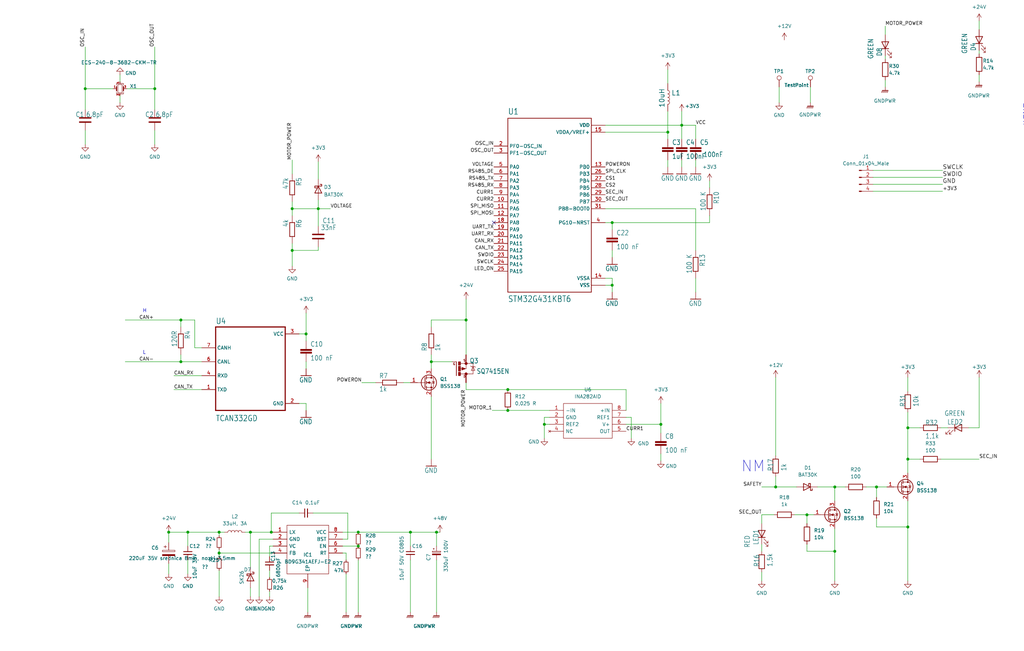
<source format=kicad_sch>
(kicad_sch (version 20211123) (generator eeschema)
  (paper "User" 373.913 237.744)
  (junction (at 106.68 91.44))
  (junction (at 157.48 132.08))
  (junction (at 80.01 201.93))
  (junction (at 31.115 32.385))
  (junction (at 56.515 32.385))
  (junction (at 61.595 194.31))
  (junction (at 99.06 194.31))
  (junction (at 331.47 192.405))
  (junction (at 241.3 154.94))
  (junction (at 243.84 48.26))
  (junction (at 116.205 76.2))
  (junction (at 91.44 194.31))
  (junction (at 283.21 177.8))
  (junction (at 304.8 201.295))
  (junction (at 159.385 194.31))
  (junction (at 66.04 132.08))
  (junction (at 170.18 116.84))
  (junction (at 248.92 45.72))
  (junction (at 223.52 81.28))
  (junction (at 130.81 194.31))
  (junction (at 223.52 104.14))
  (junction (at 320.04 177.8))
  (junction (at 66.04 116.84))
  (junction (at 185.42 142.24))
  (junction (at 106.68 76.2))
  (junction (at 111.76 121.92))
  (junction (at 331.47 167.64))
  (junction (at 185.42 149.86))
  (junction (at 198.755 154.94))
  (junction (at 80.01 194.31))
  (junction (at 304.8 177.8))
  (junction (at 68.58 194.31))
  (junction (at 130.81 199.39))
  (junction (at 149.86 194.31))
  (junction (at 331.47 156.21))
  (junction (at 294.64 187.96))
  (no_connect (at 180.34 81.28))
  (wire (pts (xy 357.505 27.305) (xy 357.505 29.845)))
  (wire (pts (xy 343.535 156.21) (xy 346.075 156.21)))
  (wire (pts (xy 243.84 48.26) (xy 243.84 40.64)))
  (wire (pts (xy 248.92 45.72) (xy 248.92 40.64)))
  (wire (pts (xy 298.45 177.8) (xy 304.8 177.8)))
  (wire (pts (xy 170.18 142.24) (xy 185.42 142.24)))
  (wire (pts (xy 31.115 32.385) (xy 31.115 40.005)))
  (wire (pts (xy 149.86 194.31) (xy 149.86 199.39)))
  (wire (pts (xy 125.095 196.85) (xy 127 196.85)))
  (wire (pts (xy 304.8 193.04) (xy 304.8 201.295)))
  (wire (pts (xy 220.98 104.14) (xy 223.52 104.14)))
  (wire (pts (xy 304.8 201.295) (xy 304.8 212.09)))
  (wire (pts (xy 157.48 129.54) (xy 157.48 132.08)))
  (wire (pts (xy 170.18 139.7) (xy 170.18 142.24)))
  (wire (pts (xy 149.86 204.47) (xy 149.86 223.52)))
  (wire (pts (xy 149.86 194.31) (xy 159.385 194.31)))
  (wire (pts (xy 318.77 64.77) (xy 344.17 64.77)))
  (wire (pts (xy 294.64 187.96) (xy 294.64 191.135)))
  (wire (pts (xy 66.04 116.84) (xy 71.12 116.84)))
  (wire (pts (xy 111.76 134.62) (xy 111.76 132.08)))
  (wire (pts (xy 109.22 121.92) (xy 111.76 121.92)))
  (wire (pts (xy 343.535 167.64) (xy 357.505 167.64)))
  (wire (pts (xy 43.815 34.925) (xy 43.815 37.465)))
  (wire (pts (xy 112.395 214.63) (xy 112.395 223.52)))
  (wire (pts (xy 157.48 144.78) (xy 157.48 167.64)))
  (wire (pts (xy 137.16 139.7) (xy 132.08 139.7)))
  (wire (pts (xy 241.3 154.94) (xy 241.3 158.115)))
  (wire (pts (xy 400.685 27.94) (xy 400.685 30.48)))
  (wire (pts (xy 31.115 17.145) (xy 31.115 32.385)))
  (wire (pts (xy 353.695 156.21) (xy 357.505 156.21)))
  (wire (pts (xy 80.01 201.93) (xy 80.01 203.2)))
  (wire (pts (xy 116.205 76.2) (xy 116.205 82.55)))
  (wire (pts (xy 331.47 167.64) (xy 331.47 172.72)))
  (wire (pts (xy 400.685 8.255) (xy 400.685 11.43)))
  (wire (pts (xy 157.48 132.08) (xy 157.48 134.62)))
  (wire (pts (xy 66.04 116.84) (xy 45.72 116.84)))
  (wire (pts (xy 248.92 45.72) (xy 248.92 50.8)))
  (wire (pts (xy 294.64 201.295) (xy 304.8 201.295)))
  (wire (pts (xy 316.23 177.8) (xy 320.04 177.8)))
  (wire (pts (xy 31.115 32.385) (xy 41.275 32.385)))
  (wire (pts (xy 80.01 208.28) (xy 80.01 217.805)))
  (wire (pts (xy 223.52 101.6) (xy 223.52 104.14)))
  (wire (pts (xy 283.21 173.99) (xy 283.21 177.8)))
  (wire (pts (xy 106.68 76.2) (xy 106.68 78.74)))
  (wire (pts (xy 71.12 127) (xy 71.12 116.84)))
  (wire (pts (xy 109.22 147.32) (xy 111.76 147.32)))
  (wire (pts (xy 294.64 187.96) (xy 297.18 187.96)))
  (wire (pts (xy 241.3 154.94) (xy 241.3 147.32)))
  (wire (pts (xy 381.635 18.415) (xy 381.635 19.685)))
  (wire (pts (xy 228.6 152.4) (xy 230.505 152.4)))
  (wire (pts (xy 230.505 152.4) (xy 230.505 160.02)))
  (wire (pts (xy 223.52 81.28) (xy 259.08 81.28)))
  (wire (pts (xy 254 76.2) (xy 220.98 76.2)))
  (wire (pts (xy 127 196.85) (xy 127 187.325)))
  (wire (pts (xy 157.48 119.38) (xy 157.48 116.84)))
  (wire (pts (xy 56.515 47.625) (xy 56.515 52.705)))
  (wire (pts (xy 223.52 83.82) (xy 223.52 81.28)))
  (wire (pts (xy 290.195 187.96) (xy 294.64 187.96)))
  (wire (pts (xy 106.68 76.2) (xy 116.205 76.2)))
  (wire (pts (xy 116.205 76.2) (xy 120.65 76.2)))
  (wire (pts (xy 159.385 194.31) (xy 160.655 194.31)))
  (wire (pts (xy 106.68 91.44) (xy 106.68 88.9)))
  (wire (pts (xy 294.64 198.755) (xy 294.64 201.295)))
  (wire (pts (xy 159.385 194.31) (xy 159.385 199.39)))
  (wire (pts (xy 198.755 152.4) (xy 198.755 154.94)))
  (wire (pts (xy 198.755 154.94) (xy 198.755 160.02)))
  (wire (pts (xy 200.66 152.4) (xy 198.755 152.4)))
  (wire (pts (xy 157.48 116.84) (xy 170.18 116.84)))
  (wire (pts (xy 318.77 69.85) (xy 344.17 69.85)))
  (wire (pts (xy 116.205 59.055) (xy 116.205 65.405)))
  (wire (pts (xy 320.04 189.23) (xy 320.04 192.405)))
  (wire (pts (xy 170.18 129.54) (xy 170.18 116.84)))
  (wire (pts (xy 99.06 187.325) (xy 99.06 194.31)))
  (wire (pts (xy 304.8 177.8) (xy 308.61 177.8)))
  (wire (pts (xy 99.695 194.31) (xy 99.06 194.31)))
  (wire (pts (xy 357.505 7.62) (xy 357.505 10.795)))
  (wire (pts (xy 278.13 187.96) (xy 278.13 191.135)))
  (wire (pts (xy 170.18 116.84) (xy 170.18 109.22)))
  (wire (pts (xy 283.21 137.795) (xy 283.21 166.37)))
  (wire (pts (xy 278.13 177.8) (xy 283.21 177.8)))
  (wire (pts (xy 243.84 60.96) (xy 243.84 58.42)))
  (wire (pts (xy 61.595 205.74) (xy 61.595 209.55)))
  (wire (pts (xy 106.68 97.155) (xy 106.68 91.44)))
  (wire (pts (xy 185.42 142.24) (xy 228.6 142.24)))
  (wire (pts (xy 318.77 67.31) (xy 344.17 67.31)))
  (wire (pts (xy 331.47 156.21) (xy 331.47 167.64)))
  (wire (pts (xy 106.68 63.5) (xy 106.68 58.42)))
  (wire (pts (xy 149.86 139.7) (xy 147.32 139.7)))
  (wire (pts (xy 111.76 124.46) (xy 111.76 121.92)))
  (wire (pts (xy 320.04 177.8) (xy 323.85 177.8)))
  (wire (pts (xy 94.615 196.85) (xy 94.615 217.805)))
  (wire (pts (xy 248.92 58.42) (xy 248.92 60.96)))
  (wire (pts (xy 185.42 149.86) (xy 200.66 149.86)))
  (wire (pts (xy 241.3 168.275) (xy 241.3 165.735)))
  (wire (pts (xy 111.76 121.92) (xy 111.76 114.3)))
  (wire (pts (xy 323.215 9.525) (xy 323.215 12.7)))
  (wire (pts (xy 126.365 201.93) (xy 126.365 204.47)))
  (wire (pts (xy 254 106.68) (xy 254 101.6)))
  (wire (pts (xy 241.3 154.94) (xy 228.6 154.94)))
  (wire (pts (xy 223.52 93.98) (xy 223.52 91.44)))
  (wire (pts (xy 130.81 194.31) (xy 125.095 194.31)))
  (wire (pts (xy 254 50.8) (xy 254 45.72)))
  (wire (pts (xy 357.505 137.795) (xy 357.505 156.21)))
  (wire (pts (xy 381.635 27.305) (xy 381.635 29.845)))
  (wire (pts (xy 254 60.96) (xy 254 58.42)))
  (wire (pts (xy 66.04 119.38) (xy 66.04 116.84)))
  (wire (pts (xy 116.205 73.025) (xy 116.205 76.2)))
  (wire (pts (xy 80.01 200.66) (xy 80.01 201.93)))
  (wire (pts (xy 111.76 147.32) (xy 111.76 149.86)))
  (wire (pts (xy 98.425 199.39) (xy 98.425 203.2)))
  (wire (pts (xy 94.615 196.85) (xy 99.695 196.85)))
  (wire (pts (xy 89.535 194.31) (xy 91.44 194.31)))
  (wire (pts (xy 61.595 194.31) (xy 61.595 198.12)))
  (wire (pts (xy 91.44 194.31) (xy 91.44 207.01)))
  (wire (pts (xy 106.68 91.44) (xy 116.205 91.44)))
  (wire (pts (xy 323.215 29.21) (xy 323.215 31.75)))
  (wire (pts (xy 159.385 204.47) (xy 159.385 223.52)))
  (wire (pts (xy 259.08 78.74) (xy 259.08 81.28)))
  (wire (pts (xy 56.515 17.145) (xy 56.515 32.385)))
  (wire (pts (xy 73.66 142.24) (xy 63.5 142.24)))
  (wire (pts (xy 220.98 45.72) (xy 248.92 45.72)))
  (wire (pts (xy 73.66 132.08) (xy 66.04 132.08)))
  (wire (pts (xy 80.01 194.31) (xy 80.01 195.58)))
  (wire (pts (xy 68.58 194.31) (xy 68.58 199.39)))
  (wire (pts (xy 68.58 194.31) (xy 80.01 194.31)))
  (wire (pts (xy 254 91.44) (xy 254 76.2)))
  (wire (pts (xy 320.04 192.405) (xy 331.47 192.405)))
  (wire (pts (xy 80.01 194.31) (xy 81.915 194.31)))
  (wire (pts (xy 68.58 204.47) (xy 68.58 209.55)))
  (wire (pts (xy 179.705 149.86) (xy 185.42 149.86)))
  (wire (pts (xy 99.06 194.31) (xy 91.44 194.31)))
  (wire (pts (xy 99.695 199.39) (xy 98.425 199.39)))
  (wire (pts (xy 283.21 177.8) (xy 290.83 177.8)))
  (wire (pts (xy 243.84 48.26) (xy 243.84 50.8)))
  (wire (pts (xy 91.44 214.63) (xy 91.44 217.805)))
  (wire (pts (xy 126.365 223.52) (xy 126.365 209.55)))
  (wire (pts (xy 278.13 187.96) (xy 282.575 187.96)))
  (wire (pts (xy 331.47 182.88) (xy 331.47 192.405)))
  (wire (pts (xy 320.04 177.8) (xy 320.04 181.61)))
  (wire (pts (xy 66.04 129.54) (xy 66.04 132.08)))
  (wire (pts (xy 357.505 18.415) (xy 357.505 19.685)))
  (wire (pts (xy 220.98 48.26) (xy 243.84 48.26)))
  (wire (pts (xy 331.47 150.495) (xy 331.47 156.21)))
  (wire (pts (xy 278.13 198.755) (xy 278.13 201.295)))
  (wire (pts (xy 46.355 32.385) (xy 56.515 32.385)))
  (wire (pts (xy 98.425 208.28) (xy 98.425 210.82)))
  (wire (pts (xy 331.47 192.405) (xy 331.47 212.09)))
  (wire (pts (xy 259.08 66.04) (xy 259.08 68.58)))
  (wire (pts (xy 220.98 81.28) (xy 223.52 81.28)))
  (wire (pts (xy 157.48 132.08) (xy 165.1 132.08)))
  (wire (pts (xy 130.81 204.47) (xy 130.81 223.52)))
  (wire (pts (xy 304.8 177.8) (xy 304.8 182.88)))
  (wire (pts (xy 109.22 187.325) (xy 99.06 187.325)))
  (wire (pts (xy 127 187.325) (xy 114.3 187.325)))
  (wire (pts (xy 400.685 19.05) (xy 400.685 20.32)))
  (wire (pts (xy 125.095 199.39) (xy 130.81 199.39)))
  (wire (pts (xy 331.47 156.21) (xy 335.915 156.21)))
  (wire (pts (xy 130.81 194.31) (xy 149.86 194.31)))
  (wire (pts (xy 56.515 32.385) (xy 56.515 40.005)))
  (wire (pts (xy 116.205 90.17) (xy 116.205 91.44)))
  (wire (pts (xy 80.01 201.93) (xy 99.695 201.93)))
  (wire (pts (xy 43.815 27.305) (xy 43.815 29.845)))
  (wire (pts (xy 98.425 215.9) (xy 98.425 217.805)))
  (wire (pts (xy 66.04 132.08) (xy 45.72 132.08)))
  (wire (pts (xy 61.595 194.31) (xy 68.58 194.31)))
  (wire (pts (xy 125.095 201.93) (xy 126.365 201.93)))
  (wire (pts (xy 284.48 37.465) (xy 284.48 31.75)))
  (wire (pts (xy 106.68 73.66) (xy 106.68 76.2)))
  (wire (pts (xy 31.115 47.625) (xy 31.115 52.705)))
  (wire (pts (xy 223.52 104.14) (xy 223.52 106.68)))
  (wire (pts (xy 331.47 137.795) (xy 331.47 142.875)))
  (wire (pts (xy 278.13 208.915) (xy 278.13 212.09)))
  (wire (pts (xy 295.91 37.465) (xy 295.91 31.75)))
  (wire (pts (xy 220.98 101.6) (xy 223.52 101.6)))
  (wire (pts (xy 243.84 30.48) (xy 243.84 25.4)))
  (wire (pts (xy 323.215 20.32) (xy 323.215 21.59)))
  (wire (pts (xy 228.6 149.86) (xy 228.6 142.24)))
  (wire (pts (xy 73.66 127) (xy 71.12 127)))
  (wire (pts (xy 73.66 137.16) (xy 63.5 137.16)))
  (wire (pts (xy 198.755 154.94) (xy 200.66 154.94)))
  (wire (pts (xy 254 45.72) (xy 248.92 45.72)))
  (wire (pts (xy 331.47 167.64) (xy 335.915 167.64)))
  (wire (pts (xy 318.77 62.23) (xy 344.17 62.23)))
  (text "R201 ZAMIENIĆ NA \n2 SZTUKI \nRES SMD 4.7K OHM 5% \n1/2W 0805" (at 373.38 45.72 0) (effects (font (size 1.27 1.27)) (justify left bottom)))
  (text "NM" (at 270.51 172.72 0) (effects (font (size 4 4)) (justify left bottom)))
  (text "L" (at 52.07 129.54 0) (effects (font (size 1.27 1.27)) (justify left bottom)))
  (text "H" (at 52.07 114.3 0) (effects (font (size 1.27 1.27)) (justify left bottom)))
  (label "SWDIO" (at 344.17 64.77 0) (effects (font (size 1.5113 1.5113))))
  (label "OSC_OUT" (at 180.34 55.88 180))
  (label "OSC_OUT" (at 56.515 17.145 90))
  (label "LED_ON" (at 180.34 99.06 180))
  (label "CAN_RX" (at 63.5 137.16 0) (effects (font (size 1.2446 1.2446))))
  (label "CURR2" (at 180.34 73.66 180) (effects (font (size 1.2446 1.2446))))
  (label "POWERON" (at 220.98 60.96 0) (effects (font (size 1.2446 1.2446))))
  (label "CAN_TX" (at 63.5 142.24 0) (effects (font (size 1.2446 1.2446))))
  (label "CURR1" (at 228.6 157.48 0) (effects (font (size 1.2446 1.2446))))
  (label "CAN-" (at 50.8 132.08 0) (effects (font (size 1.2446 1.2446))))
  (label "SEC_IN" (at 357.505 167.64 0))
  (label "SEC_IN" (at 220.98 71.12 0))
  (label "SEC_OUT" (at 220.98 73.66 0))
  (label "UART_RX" (at 180.34 86.36 180))
  (label "SPI_MOSI" (at 180.34 78.74 180) (effects (font (size 1.2446 1.2446))))
  (label "VOLTAGE" (at 120.65 76.2 0) (effects (font (size 1.2446 1.2446))))
  (label "MOTOR_POWER" (at 323.215 9.525 0) (effects (font (size 1.2446 1.2446))))
  (label "SWDIO" (at 180.34 93.98 180) (effects (font (size 1.2446 1.2446))))
  (label "RS485_RX" (at 180.34 68.58 180) (effects (font (size 1.2446 1.2446))))
  (label "SPI_MISO" (at 180.34 76.2 180) (effects (font (size 1.2446 1.2446))))
  (label "LED_ON" (at 400.685 8.255 0))
  (label "UART_TX" (at 180.34 83.82 180))
  (label "SEC_OUT" (at 278.13 187.96 180))
  (label "RS485_DE" (at 180.34 63.5 180) (effects (font (size 1.2446 1.2446))))
  (label "VCC" (at 254 45.72 0) (effects (font (size 1.2446 1.2446))))
  (label "POWERON" (at 132.08 139.7 180) (effects (font (size 1.2446 1.2446))))
  (label "CS2" (at 220.98 68.58 0) (effects (font (size 1.2446 1.2446))))
  (label "OSC_IN" (at 180.34 53.34 180))
  (label "MOTOR_POWER" (at 106.68 58.42 90) (effects (font (size 1.2446 1.2446))))
  (label "+3V3" (at 344.17 69.85 0))
  (label "SAFETY" (at 278.13 177.8 180))
  (label "SWCLK" (at 344.17 62.23 0) (effects (font (size 1.5113 1.5113))))
  (label "OSC_IN" (at 31.115 17.145 90))
  (label "VOLTAGE" (at 180.34 60.96 180) (effects (font (size 1.2446 1.2446))))
  (label "RS485_TX" (at 180.34 66.04 180) (effects (font (size 1.2446 1.2446))))
  (label "GND" (at 344.17 67.31 0) (effects (font (size 1.5113 1.5113))))
  (label "CAN_TX" (at 180.34 91.44 180) (effects (font (size 1.2446 1.2446))))
  (label "SWCLK" (at 180.34 96.52 180) (effects (font (size 1.2446 1.2446))))
  (label "CS1" (at 220.98 66.04 0) (effects (font (size 1.2446 1.2446))))
  (label "MOTOR_1" (at 179.705 149.86 180) (effects (font (size 1.2446 1.2446))))
  (label "CAN+" (at 50.8 116.84 0) (effects (font (size 1.2446 1.2446))))
  (label "CURR1" (at 180.34 71.12 180) (effects (font (size 1.2446 1.2446))))
  (label "MOTOR_POWER" (at 170.18 142.24 270) (effects (font (size 1.2446 1.2446))))
  (label "SPI_CLK" (at 220.98 63.5 0) (effects (font (size 1.2446 1.2446))))
  (label "CAN_RX" (at 180.34 88.9 180) (effects (font (size 1.2446 1.2446))))
  (symbol (lib_id "Device:R") (at 381.635 23.495 180) (unit 1)
    (property "Reference" "R22" (at 382.905 22.2249 0) (effects (justify right)))
    (property "Value" "4.5k" (at 382.905 24.7649 0) (effects (justify right)))
    (property "Footprint" "footprints:R_0603_1608Metric_Pad0.98x0.95mm_HandSolder" (effects hide))
  )
  (symbol (lib_id "Device:R_Small") (at 80.01 198.12 0) (unit 1)
    (property "Reference" "R24" (at 74.93 196.8499 0) (effects (justify left)))
    (property "Value" "??" (at 74.93 199.3899 0) (effects (justify left)))
    (property "Footprint" "footprints:R_0603_1608Metric_Pad0.98x0.95mm_HandSolder" (effects hide))
  )
  (symbol (lib_id "Gripper FeeTech-eagle-import:R-EU_R0402") (at 106.68 83.82 270) (unit 1)
    (property "Reference" "R6" (at 108.1786 80.01 0) (effects (font (size 1.778 1.5113)) (justify left bottom)))
    (property "Value" "4k" (at 103.378 80.01 0) (effects (font (size 1.778 1.5113)) (justify left bottom)))
    (property "Footprint" "footprints:R_0603_1608Metric_Pad0.98x0.95mm_HandSolder" (effects hide))
  )
  (symbol (lib_id "Gripper FeeTech-eagle-import:GND") (at 157.48 170.18 0) (unit 1)
    (property "Reference" "#GND028" (effects hide))
    (property "Value" "GND" (at 154.94 172.72 0) (effects (font (size 1.778 1.5113)) (justify left bottom)))
  )
  (symbol (lib_id "power:+48V") (at 160.655 194.31 0) (unit 1)
    (property "Reference" "#PWR0114" (effects hide))
    (property "Value" "+48V" (at 160.655 189.23 0))
  )
  (symbol (lib_id "power:GND") (at 98.425 217.805 0) (mirror y) (unit 1)
    (property "Reference" "#PWR0131" (effects hide))
    (property "Value" "GND" (at 98.425 222.25 0))
  )
  (symbol (lib_id "power:GND") (at 241.3 168.275 0) (unit 1)
    (property "Reference" "#PWR03" (effects hide))
    (property "Value" "GND" (at 245.11 170.18 0))
  )
  (symbol (lib_id "Gripper FeeTech-eagle-import:C-EUC0402") (at 241.3 160.655 0) (unit 1)
    (property "Reference" "C8" (at 242.824 160.274 0) (effects (font (size 1.778 1.5113)) (justify left bottom)))
    (property "Value" "100 nF" (at 242.824 165.354 0) (effects (font (size 1.778 1.5113)) (justify left bottom)))
    (property "Footprint" "footprints:C_0603_1608Metric_Pad1.08x0.95mm_HandSolder" (effects hide))
  )
  (symbol (lib_id "Device:R_Small") (at 80.01 205.74 0) (unit 1)
    (property "Reference" "R25" (at 76.2 204.4699 0) (effects (justify left)))
    (property "Value" "??" (at 73.66 207.0099 0) (effects (justify left)))
    (property "Footprint" "footprints:R_0603_1608Metric_Pad0.98x0.95mm_HandSolder" (effects hide))
  )
  (symbol (lib_id "Gripper FeeTech-eagle-import:SQ7415AENDFN-3.3") (at 167.64 134.62 0) (unit 1)
    (property "Reference" "Q3" (at 171.45 132.715 0) (effects (font (size 1.778 1.5113)) (justify left bottom)))
    (property "Value" "SQ7415EN" (at 173.99 136.525 0) (effects (font (size 1.778 1.5113)) (justify left bottom)))
    (property "Footprint" "GRIPPER_TWO_ADVANCED_CONTROL_BOARD:DFN3.3X3.3" (effects hide))
  )
  (symbol (lib_id "Device:LED") (at 323.215 16.51 90) (unit 1)
    (property "Reference" "D8" (at 322.072 20.574 0) (effects (font (size 1.778 1.5113)) (justify left bottom)))
    (property "Value" "GREEN" (at 318.897 21.59 0) (effects (font (size 1.778 1.5113)) (justify left bottom)))
    (property "Footprint" "footprints:D_0603_1608Metric_Pad1.05x0.95mm_HandSolder" (effects hide))
  )
  (symbol (lib_id "Device:R") (at 323.215 25.4 180) (unit 1)
    (property "Reference" "R30" (at 324.485 24.1299 0) (effects (justify right)))
    (property "Value" "4.7k" (at 324.485 26.6699 0) (effects (justify right)))
    (property "Footprint" "footprints:R_0805_2012Metric_Pad1.20x1.40mm_HandSolder" (effects hide))
  )
  (symbol (lib_id "Device:C") (at 56.515 43.815 180) (unit 1)
    (property "Reference" "C2" (at 52.959 42.799 0) (effects (font (size 1.778 1.5113)) (justify right top)))
    (property "Value" "6.8pF" (at 56.769 42.799 0) (effects (font (size 1.778 1.5113)) (justify right top)))
    (property "Footprint" "footprints:C_0603_1608Metric_Pad1.08x0.95mm_HandSolder" (effects hide))
  )
  (symbol (lib_id "power:+3.3V") (at 111.76 114.3 0) (unit 1)
    (property "Reference" "#PWR0105" (effects hide))
    (property "Value" "+3.3V" (at 111.76 109.22 0))
  )
  (symbol (lib_id "Gripper FeeTech-eagle-import:TCAN332GD") (at 91.44 134.62 0) (unit 1)
    (property "Reference" "U4" (at 78.74 118.38 0) (effects (font (size 2.0828 1.7703)) (justify left bottom)))
    (property "Value" "TCAN332GD" (at 78.74 153.86 0) (effects (font (size 2.0828 1.7703)) (justify left bottom)))
    (property "Footprint" "Gripper FeeTech:SOIC127P599X175-8N" (effects hide))
  )
  (symbol (lib_id "power:GNDPWR") (at 323.215 31.75 0) (unit 1)
    (property "Reference" "#PWR011" (effects hide))
    (property "Value" "GNDPWR" (at 323.088 36.83 0))
  )
  (symbol (lib_id "Gripper FeeTech-eagle-import:GND") (at 254 63.5 0) (unit 1)
    (property "Reference" "#GND07" (effects hide))
    (property "Value" "GND" (at 251.46 66.04 0) (effects (font (size 1.778 1.5113)) (justify left bottom)))
  )
  (symbol (lib_id "Transistor_FET:BSS138") (at 302.26 187.96 0) (unit 1)
    (property "Reference" "Q2" (at 307.975 186.6899 0) (effects (justify left)))
    (property "Value" "BSS138" (at 307.975 189.2299 0) (effects (justify left)))
    (property "Footprint" "footprints:SOT-23" (effects hide))
    (property "Datasheet" "https://www.onsemi.com/pub/Collateral/BSS138-D.PDF" (effects hide))
  )
  (symbol (lib_id "Gripper FeeTech-eagle-import:C-EUC0402") (at 248.92 53.34 0) (unit 1)
    (property "Reference" "C4" (at 250.444 52.959 0) (effects (font (size 1.778 1.5113)) (justify left bottom)))
    (property "Value" "100nF" (at 250.444 58.039 0) (effects (font (size 1.778 1.5113)) (justify left bottom)))
    (property "Footprint" "footprints:C_0603_1608Metric_Pad1.08x0.95mm_HandSolder" (effects hide))
  )
  (symbol (lib_id "Transistor_FET:BSS138") (at 154.94 139.7 0) (unit 1)
    (property "Reference" "Q1" (at 160.655 138.4299 0) (effects (justify left)))
    (property "Value" "BSS138" (at 160.655 140.9699 0) (effects (justify left)))
    (property "Footprint" "footprints:SOT-23" (effects hide))
    (property "Datasheet" "https://www.onsemi.com/pub/Collateral/BSS138-D.PDF" (effects hide))
  )
  (symbol (lib_id "power:+3.3V") (at 381.635 10.795 0) (unit 1)
    (property "Reference" "#PWR0125" (effects hide))
    (property "Value" "+3.3V" (at 381.635 5.715 0))
  )
  (symbol (lib_id "Gripper FeeTech-eagle-import:GND") (at 248.92 63.5 0) (unit 1)
    (property "Reference" "#GND06" (effects hide))
    (property "Value" "GND" (at 246.38 66.04 0) (effects (font (size 1.778 1.5113)) (justify left bottom)))
  )
  (symbol (lib_id "Connector:TestPoint") (at 284.48 31.75 0) (unit 1)
    (property "Reference" "TP1" (at 282.575 26.035 0) (effects (justify left)))
    (property "Value" "TestPoint" (at 286.385 31.115 0) (effects (justify left)))
    (property "Footprint" "footprints:TestPoint_Pad_1.0x1.0mm" (effects hide))
  )
  (symbol (lib_id "Gripper FeeTech-eagle-import:GND") (at 254 109.22 0) (unit 1)
    (property "Reference" "#GND043" (effects hide))
    (property "Value" "GND" (at 251.46 111.76 0) (effects (font (size 1.778 1.5113)) (justify left bottom)))
  )
  (symbol (lib_id "power:GND") (at 331.47 212.09 0) (unit 1)
    (property "Reference" "#PWR0101" (effects hide))
    (property "Value" "GND" (at 331.47 216.535 0))
  )
  (symbol (lib_id "power:+3.3V") (at 241.3 147.32 0) (unit 1)
    (property "Reference" "#PWR02" (effects hide))
    (property "Value" "+3.3V" (at 241.3 142.24 0))
  )
  (symbol (lib_id "Device:R") (at 278.13 205.105 0) (unit 1)
    (property "Reference" "R16" (at 277.2664 207.01 90) (effects (font (size 1.778 1.5113)) (justify left bottom)))
    (property "Value" "1,5k" (at 282.067 207.01 90) (effects (font (size 1.778 1.5113)) (justify left bottom)))
    (property "Footprint" "footprints:R_0603_1608Metric_Pad0.98x0.95mm_HandSolder" (effects hide))
  )
  (symbol (lib_id "Gripper FeeTech-eagle-import:C-EUC0402") (at 254 53.34 0) (unit 1)
    (property "Reference" "C5" (at 255.524 52.959 0) (effects (font (size 1.778 1.5113)) (justify left bottom)))
    (property "Value" "100nF" (at 256.794 57.404 0) (effects (font (size 1.778 1.5113)) (justify left bottom)))
    (property "Footprint" "footprints:C_0603_1608Metric_Pad1.08x0.95mm_HandSolder" (effects hide))
  )
  (symbol (lib_id "power:GND") (at 80.01 217.805 0) (mirror y) (unit 1)
    (property "Reference" "#PWR0129" (effects hide))
    (property "Value" "GND" (at 80.01 222.25 0))
  )
  (symbol (lib_id "power:GND") (at 31.115 52.705 0) (unit 1)
    (property "Reference" "#PWR012" (effects hide))
    (property "Value" "GND" (at 31.115 57.2676 0))
  )
  (symbol (lib_id "Device:R") (at 294.64 194.945 0) (unit 1)
    (property "Reference" "R19" (at 297.18 193.6749 0) (effects (justify left)))
    (property "Value" "10k" (at 297.18 196.2149 0) (effects (justify left)))
    (property "Footprint" "footprints:R_0603_1608Metric_Pad0.98x0.95mm_HandSolder" (effects hide))
  )
  (symbol (lib_id "power:GND") (at 61.595 209.55 0) (mirror y) (unit 1)
    (property "Reference" "#PWR0113" (effects hide))
    (property "Value" "GND" (at 61.595 213.995 0))
  )
  (symbol (lib_id "power:+3.3V") (at 243.84 25.4 0) (unit 1)
    (property "Reference" "#PWR0107" (effects hide))
    (property "Value" "+3.3V" (at 243.84 20.32 0))
  )
  (symbol (lib_id "Device:Crystal_GND24_Small") (at 43.815 32.385 0) (unit 1)
    (property "Reference" "X1" (at 47.3711 31.4765 0) (effects (justify left)))
    (property "Value" "ECS-240-8-36B2-CKM-TR" (at 29.5911 22.8216 0) (effects (justify left)))
    (property "Footprint" "footprints:Crystal_SMD_2520-4Pin_2.5x2.0mm" (effects hide))
  )
  (symbol (lib_id "power:GND") (at 94.615 217.805 0) (mirror y) (unit 1)
    (property "Reference" "#PWR0127" (effects hide))
    (property "Value" "GND" (at 94.615 222.25 0))
  )
  (symbol (lib_id "Gripper FeeTech-eagle-import:C-EUC0402") (at 223.52 86.36 0) (unit 1)
    (property "Reference" "C22" (at 225.044 85.979 0) (effects (font (size 1.778 1.5113)) (justify left bottom)))
    (property "Value" "100 nF" (at 225.044 91.059 0) (effects (font (size 1.778 1.5113)) (justify left bottom)))
    (property "Footprint" "footprints:C_0603_1608Metric_Pad1.08x0.95mm_HandSolder" (effects hide))
  )
  (symbol (lib_id "Device:C_Small") (at 111.76 187.325 90) (mirror x) (unit 1)
    (property "Reference" "C14" (at 110.4899 183.515 90) (effects (justify left)))
    (property "Value" "0,1uF" (at 116.8399 183.515 90) (effects (justify left)))
    (property "Footprint" "footprints:C_0603_1608Metric_Pad1.08x0.95mm_HandSolder" (effects hide))
  )
  (symbol (lib_id "Device:R") (at 320.04 185.42 0) (unit 1)
    (property "Reference" "R21" (at 322.58 184.1499 0) (effects (justify left)))
    (property "Value" "10k" (at 322.58 186.6899 0) (effects (justify left)))
    (property "Footprint" "footprints:R_0603_1608Metric_Pad0.98x0.95mm_HandSolder" (effects hide))
  )
  (symbol (lib_id "power:+24V") (at 61.595 194.31 0) (unit 1)
    (property "Reference" "#PWR0110" (effects hide))
    (property "Value" "+24V" (at 61.595 189.23 0))
  )
  (symbol (lib_id "Device:C_Small") (at 149.86 201.93 0) (mirror y) (unit 1)
    (property "Reference" "C16" (at 154.305 199.3899 0) (effects (justify left)))
    (property "Value" "10uF 50V C0805" (at 146.685 212.09 90) (effects (justify left)))
    (property "Footprint" "footprints:C_0603_1608Metric_Pad1.08x0.95mm_HandSolder" (effects hide))
  )
  (symbol (lib_id "Device:R_Small") (at 130.81 196.85 0) (unit 1)
    (property "Reference" "R28" (at 133.35 195.5799 0) (effects (justify left)))
    (property "Value" "??" (at 133.35 198.1199 0) (effects (justify left)))
    (property "Footprint" "footprints:R_0603_1608Metric_Pad0.98x0.95mm_HandSolder" (effects hide))
  )
  (symbol (lib_id "Gripper FeeTech-eagle-import:STM32G431KBT6") (at 200.66 76.2 0) (unit 1)
    (property "Reference" "U1" (at 185.42 41.91 0) (effects (font (size 2.1844 1.8567)) (justify left bottom)))
    (property "Value" "STM32G431KBT6" (at 185.42 107.95 0) (effects (font (size 2.1844 1.8567)) (justify left top)))
    (property "Footprint" "GRIPPER_TWO_ADVANCED_CONTROL_BOARD:QFP80P900X900X160-32N" (effects hide))
  )
  (symbol (lib_id "Gripper FeeTech-eagle-import:R-EU_R0402") (at 254 96.52 270) (unit 1)
    (property "Reference" "R13" (at 255.4986 92.71 0) (effects (font (size 1.778 1.5113)) (justify left bottom)))
    (property "Value" "100 K" (at 250.698 92.71 0) (effects (font (size 1.778 1.5113)) (justify left bottom)))
    (property "Footprint" "footprints:R_0603_1608Metric_Pad0.98x0.95mm_HandSolder" (effects hide))
  )
  (symbol (lib_id "Gripper FeeTech-eagle-import:C-EUC0402") (at 243.84 53.34 0) (unit 1)
    (property "Reference" "C3" (at 245.364 52.959 0) (effects (font (size 1.778 1.5113)) (justify left bottom)))
    (property "Value" "1uF" (at 245.364 58.039 0) (effects (font (size 1.778 1.5113)) (justify left bottom)))
    (property "Footprint" "footprints:C_0603_1608Metric_Pad1.08x0.95mm_HandSolder" (effects hide))
  )
  (symbol (lib_id "Device:R_Small") (at 130.81 201.93 0) (unit 1)
    (property "Reference" "R29" (at 133.35 200.6599 0) (effects (justify left)))
    (property "Value" "??" (at 133.35 203.1999 0) (effects (justify left)))
    (property "Footprint" "footprints:R_0603_1608Metric_Pad0.98x0.95mm_HandSolder" (effects hide))
  )
  (symbol (lib_id "Device:R") (at 312.42 177.8 90) (unit 1)
    (property "Reference" "R20" (at 312.42 171.45 90))
    (property "Value" "100" (at 312.42 173.99 90))
    (property "Footprint" "footprints:R_0603_1608Metric_Pad0.98x0.95mm_HandSolder" (effects hide))
  )
  (symbol (lib_id "Gripper FeeTech-eagle-import:GND") (at 223.52 109.22 0) (unit 1)
    (property "Reference" "#GND02" (effects hide))
    (property "Value" "GND" (at 220.98 111.76 0) (effects (font (size 1.778 1.5113)) (justify left bottom)))
  )
  (symbol (lib_id "Device:R") (at 339.725 156.21 270) (unit 1)
    (property "Reference" "R32" (at 337.82 155.3464 90) (effects (font (size 1.778 1.5113)) (justify left bottom)))
    (property "Value" "1,1k" (at 337.82 160.147 90) (effects (font (size 1.778 1.5113)) (justify left bottom)))
    (property "Footprint" "footprints:R_0603_1608Metric_Pad0.98x0.95mm_HandSolder" (effects hide))
  )
  (symbol (lib_id "Device:C_Small") (at 98.425 205.74 0) (mirror y) (unit 1)
    (property "Reference" "C13" (at 99.695 205.1049 90) (effects (justify left)))
    (property "Value" "6800pF" (at 101.6 210.8199 90) (effects (justify left)))
    (property "Footprint" "footprints:C_0603_1608Metric_Pad1.08x0.95mm_HandSolder" (effects hide))
  )
  (symbol (lib_id "Device:C_Polarized_Small") (at 159.385 201.93 0) (unit 1)
    (property "Reference" "C7" (at 156.4641 204.8315 90) (effects (justify left)))
    (property "Value" "330uF 100V" (at 162.8141 208.8766 90) (effects (justify left)))
    (property "Footprint" "footprints:CP_Radial_D12.5mm_P7.50mm" (effects hide))
  )
  (symbol (lib_id "Device:R") (at 339.725 167.64 90) (unit 1)
    (property "Reference" "R33" (at 339.725 161.925 90))
    (property "Value" "100" (at 339.725 164.465 90))
    (property "Footprint" "footprints:R_0603_1608Metric_Pad0.98x0.95mm_HandSolder" (effects hide))
  )
  (symbol (lib_id "Device:R") (at 357.505 23.495 180) (unit 1)
    (property "Reference" "R14" (at 358.775 22.2249 0) (effects (justify right)))
    (property "Value" "4.7k" (at 358.775 24.7649 0) (effects (justify right)))
    (property "Footprint" "footprints:R_0805_2012Metric_Pad1.20x1.40mm_HandSolder" (effects hide))
  )
  (symbol (lib_id "power:GND") (at 91.44 217.805 0) (mirror y) (unit 1)
    (property "Reference" "#PWR0128" (effects hide))
    (property "Value" "GND" (at 91.44 222.25 0))
  )
  (symbol (lib_id "Device:C") (at 116.205 86.36 180) (unit 1)
    (property "Reference" "C11" (at 117.729 81.534 0) (effects (font (size 1.778 1.5113)) (justify right top)))
    (property "Value" "33nF" (at 117.094 84.074 0) (effects (font (size 1.778 1.5113)) (justify right top)))
    (property "Footprint" "footprints:C_0603_1608Metric_Pad1.08x0.95mm_HandSolder" (effects hide))
  )
  (symbol (lib_id "Gripper FeeTech-eagle-import:R-EU_R0402") (at 157.48 124.46 90) (unit 1)
    (property "Reference" "R8" (at 155.9814 128.27 0) (effects (font (size 1.778 1.5113)) (justify left bottom)))
    (property "Value" "1k" (at 160.782 128.27 0) (effects (font (size 1.778 1.5113)) (justify left bottom)))
    (property "Footprint" "footprints:R_0603_1608Metric_Pad0.98x0.95mm_HandSolder" (effects hide))
  )
  (symbol (lib_id "power:GND") (at 304.8 212.09 0) (unit 1)
    (property "Reference" "#PWR0102" (effects hide))
    (property "Value" "GND" (at 304.8 216.535 0))
  )
  (symbol (lib_id "power:+3V3") (at 357.505 137.795 0) (unit 1)
    (property "Reference" "#PWR0103" (effects hide))
    (property "Value" "+3V3" (at 357.505 133.985 0))
  )
  (symbol (lib_id "Gripper FeeTech-eagle-import:R-EU_R0402") (at 142.24 139.7 0) (unit 1)
    (property "Reference" "R7" (at 138.43 138.2014 0) (effects (font (size 1.778 1.5113)) (justify left bottom)))
    (property "Value" "1k" (at 138.43 143.002 0) (effects (font (size 1.778 1.5113)) (justify left bottom)))
    (property "Footprint" "footprints:R_0603_1608Metric_Pad0.98x0.95mm_HandSolder" (effects hide))
  )
  (symbol (lib_id "power:GNDPWR") (at 295.91 37.465 0) (unit 1)
    (property "Reference" "#PWR09" (effects hide))
    (property "Value" "GNDPWR" (at 295.783 41.91 0))
  )
  (symbol (lib_id "Device:L") (at 85.725 194.31 90) (unit 1)
    (property "Reference" "L2" (at 85.725 188.595 90))
    (property "Value" "33uH, 3A" (at 85.725 191.135 90))
    (property "Footprint" "GRIPPER_TWO_ADVANCED_CONTROL_BOARD:MPEV1D1040L330" (effects hide))
    (property "Field4" "https://www.digikey.com/en/products/detail/w%C3%BCrth-elektronik/744773118/1638662" (effects hide))
  )
  (symbol (lib_id "Device:LED") (at 400.685 15.24 90) (unit 1)
    (property "Reference" "D6" (at 399.542 19.304 0) (effects (font (size 1.778 1.5113)) (justify left bottom)))
    (property "Value" "BLUE" (at 396.367 20.32 0) (effects (font (size 1.778 1.5113)) (justify left bottom)))
    (property "Footprint" "footprints:D_0603_1608Metric_Pad1.05x0.95mm_HandSolder" (effects hide))
  )
  (symbol (lib_id "power:GNDPWR") (at 130.81 223.52 0) (unit 1)
    (property "Reference" "#PWR0117" (effects hide))
    (property "Value" "GNDPWR" (at 128.27 228.6 0))
  )
  (symbol (lib_id "power:GND") (at 284.48 37.465 0) (unit 1)
    (property "Reference" "#PWR08" (effects hide))
    (property "Value" "GND" (at 284.48 42.0276 0))
  )
  (symbol (lib_id "Device:LED") (at 278.13 194.945 90) (unit 1)
    (property "Reference" "LED1" (at 276.987 199.009 0) (effects (font (size 1.778 1.5113)) (justify left bottom)))
    (property "Value" "RED" (at 273.812 200.025 0) (effects (font (size 1.778 1.5113)) (justify left bottom)))
    (property "Footprint" "footprints:D_0603_1608Metric_Pad1.05x0.95mm_HandSolder" (effects hide))
  )
  (symbol (lib_id "power:GND") (at 381.635 29.845 0) (unit 1)
    (property "Reference" "#PWR0124" (effects hide))
    (property "Value" "GND" (at 381.635 34.4076 0))
  )
  (symbol (lib_id "power:+12V") (at 283.21 137.795 0) (unit 1)
    (property "Reference" "#PWR0137" (effects hide))
    (property "Value" "+12V" (at 283.21 133.35 0))
  )
  (symbol (lib_id "Gripper FeeTech-eagle-import:R-EU_R0402") (at 259.08 73.66 270) (unit 1)
    (property "Reference" "R10" (at 260.5786 69.85 0) (effects (font (size 1.778 1.5113)) (justify left bottom)))
    (property "Value" "100 K" (at 255.778 69.85 0) (effects (font (size 1.778 1.5113)) (justify left bottom)))
    (property "Footprint" "footprints:R_0603_1608Metric_Pad0.98x0.95mm_HandSolder" (effects hide))
  )
  (symbol (lib_id "Device:C_Small") (at 68.58 201.93 0) (mirror y) (unit 1)
    (property "Reference" "C12" (at 73.025 199.3899 0) (effects (justify left)))
    (property "Value" "10uF 35V" (at 71.12 211.455 90) (effects (justify left)))
    (property "Footprint" "footprints:C_1206_3216Metric_Pad1.33x1.80mm_HandSolder" (effects hide))
  )
  (symbol (lib_id "Gripper FeeTech-eagle-import:GND") (at 111.76 152.4 0) (unit 1)
    (property "Reference" "#GND016" (effects hide))
    (property "Value" "GND" (at 109.22 154.94 0) (effects (font (size 1.778 1.5113)) (justify left bottom)))
  )
  (symbol (lib_id "Device:D_Schottky") (at 91.44 210.82 270) (unit 1)
    (property "Reference" "D7" (at 89.0271 208.0065 90) (effects (justify left)))
    (property "Value" "SK26" (at 88.265 208.28 0) (effects (justify left)))
    (property "Footprint" "footprints:D_SMB_Handsoldering" (effects hide))
  )
  (symbol (lib_id "Device:C_Polarized") (at 61.595 201.93 0) (unit 1)
    (property "Reference" "C6" (at 55.245 200.025 0) (effects (justify left)))
    (property "Value" "220uF 35V srednica 8mm, nozki 3,5mm" (at 46.99 203.835 0) (effects (justify left)))
    (property "Footprint" "footprints:C_Radial_D8.0mm_H11.5mm_P3.50mm" (effects hide))
  )
  (symbol (lib_id "power:+24V") (at 170.18 109.22 0) (unit 1)
    (property "Reference" "#PWR0106" (effects hide))
    (property "Value" "+24V" (at 170.18 104.14 0))
  )
  (symbol (lib_id "power:GNDPWR") (at 357.505 29.845 0) (unit 1)
    (property "Reference" "#PWR010" (effects hide))
    (property "Value" "GNDPWR" (at 357.378 34.925 0))
  )
  (symbol (lib_id "Gripper FeeTech-eagle-import:INDUCTOR-0603-33NH") (at 243.84 35.56 0) (unit 1)
    (property "Reference" "L1" (at 245.11 34.925 0) (effects (font (size 1.778 1.778)) (justify left bottom)))
    (property "Value" "10uH" (at 240.665 39.37 90) (effects (font (size 1.778 1.778)) (justify left top)))
    (property "Footprint" "Gripper FeeTech:0603" (effects hide))
  )
  (symbol (lib_id "Transistor_FET:BSS138") (at 328.93 177.8 0) (unit 1)
    (property "Reference" "Q4" (at 334.645 176.5299 0) (effects (justify left)))
    (property "Value" "BSS138" (at 334.645 179.0699 0) (effects (justify left)))
    (property "Footprint" "footprints:SOT-23" (effects hide))
    (property "Datasheet" "https://www.onsemi.com/pub/Collateral/BSS138-D.PDF" (effects hide))
  )
  (symbol (lib_id "power:+3.3V") (at 248.92 40.64 0) (unit 1)
    (property "Reference" "#PWR0108" (effects hide))
    (property "Value" "+3.3V" (at 252.73 38.735 0))
  )
  (symbol (lib_id "power:GND") (at 56.515 52.705 0) (unit 1)
    (property "Reference" "#PWR015" (effects hide))
    (property "Value" "GND" (at 56.515 57.2676 0))
  )
  (symbol (lib_id "power:GND") (at 106.68 97.155 0) (unit 1)
    (property "Reference" "#PWR06" (effects hide))
    (property "Value" "GND" (at 106.68 101.7176 0))
  )
  (symbol (lib_id "power:GND") (at 230.505 160.02 0) (unit 1)
    (property "Reference" "#PWR0112" (effects hide))
    (property "Value" "GND" (at 234.95 161.925 0))
  )
  (symbol (lib_id "Connector:TestPoint") (at 295.91 31.75 0) (unit 1)
    (property "Reference" "TP2" (at 294.005 26.035 0) (effects (justify left)))
    (property "Value" "TestPoint" (at 286.385 31.115 0) (effects (justify left)))
    (property "Footprint" "footprints:TestPoint_Pad_1.0x1.0mm" (effects hide))
  )
  (symbol (lib_id "power:GND") (at 198.755 160.02 0) (unit 1)
    (property "Reference" "#PWR0115" (effects hide))
    (property "Value" "GND" (at 194.945 161.29 0))
  )
  (symbol (lib_id "power:GNDPWR") (at 126.365 223.52 0) (unit 1)
    (property "Reference" "#PWR0116" (effects hide))
    (property "Value" "GNDPWR" (at 128.27 228.6 0))
  )
  (symbol (lib_id "Device:R") (at 283.21 170.18 0) (unit 1)
    (property "Reference" "R17" (at 282.3464 172.085 90) (effects (font (size 1.778 1.5113)) (justify left bottom)))
    (property "Value" "1k" (at 287.147 172.085 90) (effects (font (size 1.778 1.5113)) (justify left bottom)))
    (property "Footprint" "footprints:R_0603_1608Metric_Pad0.98x0.95mm_HandSolder" (effects hide))
  )
  (symbol (lib_id "power:+12V") (at 286.385 14.605 0) (unit 1)
    (property "Reference" "#PWR0122" (effects hide))
    (property "Value" "+12V" (at 286.385 9.525 0))
  )
  (symbol (lib_id "Gripper FeeTech-eagle-import:C-EUC0402") (at 111.76 127 0) (unit 1)
    (property "Reference" "C10" (at 113.284 126.619 0) (effects (font (size 1.778 1.5113)) (justify left bottom)))
    (property "Value" "100 nF" (at 113.284 131.699 0) (effects (font (size 1.778 1.5113)) (justify left bottom)))
    (property "Footprint" "footprints:C_0603_1608Metric_Pad1.08x0.95mm_HandSolder" (effects hide))
  )
  (symbol (lib_id "Device:R") (at 331.47 146.685 0) (unit 1)
    (property "Reference" "R31" (at 330.6064 148.59 90) (effects (font (size 1.778 1.5113)) (justify left bottom)))
    (property "Value" "10k" (at 335.407 148.59 90) (effects (font (size 1.778 1.5113)) (justify left bottom)))
    (property "Footprint" "footprints:R_0603_1608Metric_Pad0.98x0.95mm_HandSolder" (effects hide))
  )
  (symbol (lib_id "power:GND") (at 400.685 30.48 0) (unit 1)
    (property "Reference" "#PWR0123" (effects hide))
    (property "Value" "GND" (at 400.685 35.0426 0))
  )
  (symbol (lib_id "power:GND") (at 278.13 212.09 0) (unit 1)
    (property "Reference" "#PWR0138" (effects hide))
    (property "Value" "GND" (at 278.13 216.535 0))
  )
  (symbol (lib_id "Device:R_Small") (at 126.365 207.01 0) (unit 1)
    (property "Reference" "R27" (at 121.285 205.74 0) (effects (justify left)))
    (property "Value" "47k" (at 121.92 208.28 0) (effects (justify left)))
    (property "Footprint" "footprints:R_0603_1608Metric_Pad0.98x0.95mm_HandSolder" (effects hide))
  )
  (symbol (lib_id "Gripper FeeTech-eagle-import:R-EU_R0402") (at 106.68 68.58 270) (unit 1)
    (property "Reference" "R5" (at 108.1786 64.77 0) (effects (font (size 1.778 1.5113)) (justify left bottom)))
    (property "Value" "47k" (at 103.378 64.77 0) (effects (font (size 1.778 1.5113)) (justify left bottom)))
    (property "Footprint" "footprints:R_0603_1608Metric_Pad0.98x0.95mm_HandSolder" (effects hide))
  )
  (symbol (lib_id "Device:LED") (at 381.635 14.605 90) (unit 1)
    (property "Reference" "D5" (at 380.492 18.669 0) (effects (font (size 1.778 1.5113)) (justify left bottom)))
    (property "Value" "GREEN" (at 377.317 19.685 0) (effects (font (size 1.778 1.5113)) (justify left bottom)))
    (property "Footprint" "footprints:D_0603_1608Metric_Pad1.05x0.95mm_HandSolder" (effects hide))
  )
  (symbol (lib_id "power:GNDPWR") (at 149.86 223.52 0) (unit 1)
    (property "Reference" "#PWR0119" (effects hide))
    (property "Value" "GNDPWR" (at 154.94 228.6 0))
  )
  (symbol (lib_id "Gripper FeeTech-eagle-import:GND") (at 223.52 96.52 0) (unit 1)
    (property "Reference" "#GND027" (effects hide))
    (property "Value" "GND" (at 220.98 99.06 0) (effects (font (size 1.778 1.5113)) (justify left bottom)))
  )
  (symbol (lib_id "power:+3.3V") (at 116.205 59.055 0) (unit 1)
    (property "Reference" "#PWR07" (effects hide))
    (property "Value" "+3.3V" (at 116.205 53.975 0))
  )
  (symbol (lib_id "Device:D_Schottky") (at 294.64 177.8 180) (unit 1)
    (property "Reference" "D1" (at 294.9575 170.815 0))
    (property "Value" "BAT30K" (at 294.9575 173.355 0))
    (property "Footprint" "footprints:D_0603_1608Metric_Pad1.05x0.95mm_HandSolder" (effects hide))
  )
  (symbol (lib_id "Device:D_Schottky") (at 116.205 69.215 270) (unit 1)
    (property "Reference" "D3" (at 118.2371 68.3065 90) (effects (justify left)))
    (property "Value" "BAT30K" (at 118.2371 71.0816 90) (effects (justify left)))
    (property "Footprint" "footprints:D_0603_1608Metric_Pad1.05x0.95mm_HandSolder" (effects hide))
  )
  (symbol (lib_id "power:GND") (at 43.815 37.465 0) (unit 1)
    (property "Reference" "#PWR014" (effects hide))
    (property "Value" "GND" (at 43.815 42.0276 0))
  )
  (symbol (lib_id "Device:LED") (at 357.505 14.605 90) (unit 1)
    (property "Reference" "D4" (at 356.362 18.669 0) (effects (font (size 1.778 1.5113)) (justify left bottom)))
    (property "Value" "GREEN" (at 353.187 19.685 0) (effects (font (size 1.778 1.5113)) (justify left bottom)))
    (property "Footprint" "footprints:D_0603_1608Metric_Pad1.05x0.95mm_HandSolder" (effects hide))
  )
  (symbol (lib_id "Device:LED") (at 349.885 156.21 0) (unit 1)
    (property "Reference" "LED2" (at 345.821 155.067 0) (effects (font (size 1.778 1.5113)) (justify left bottom)))
    (property "Value" "GREEN" (at 344.805 151.892 0) (effects (font (size 1.778 1.5113)) (justify left bottom)))
    (property "Footprint" "footprints:D_0603_1608Metric_Pad1.05x0.95mm_HandSolder" (effects hide))
  )
  (symbol (lib_id "Gripper FeeTech-eagle-import:GND") (at 243.84 63.5 0) (unit 1)
    (property "Reference" "#GND04" (effects hide))
    (property "Value" "GND" (at 241.3 66.04 0) (effects (font (size 1.778 1.5113)) (justify left bottom)))
  )
  (symbol (lib_id "power:+24V") (at 357.505 7.62 0) (unit 1)
    (property "Reference" "#PWR0109" (effects hide))
    (property "Value" "+24V" (at 357.505 2.54 0))
  )
  (symbol (lib_id "Gripper FeeTech-eagle-import:R-EU_R0402") (at 66.04 124.46 270) (unit 1)
    (property "Reference" "R4" (at 67.5386 120.65 0) (effects (font (size 1.778 1.5113)) (justify left bottom)))
    (property "Value" "120R" (at 62.738 120.65 0) (effects (font (size 1.778 1.5113)) (justify left bottom)))
    (property "Footprint" "footprints:R_0603_1608Metric_Pad0.98x0.95mm_HandSolder" (effects hide))
  )
  (symbol (lib_id "INA282AID:INA282AID") (at 200.66 149.86 0) (unit 1)
    (property "Reference" "U6" (at 214.63 142.24 0))
    (property "Value" "INA282AID" (at 214.63 144.78 0))
    (property "Footprint" "GRIPPER_TWO_ADVANCED_CONTROL_BOARD:SOIC127P600X175-8N" (effects hide))
    (property "Datasheet" "http://www.ti.com/lit/ds/symlink/ina282.pdf" (effects hide))
    (property "Description" "-14V to +80V, Bi-Directional, High Accuracy, Low- or High-Side, Voltage Output Current Shunt Monitor" (effects hide))
    (property "Height" "1.75" (effects hide))
    (property "Mouser Part Number" "595-INA282AID" (effects hide))
    (property "Mouser Price/Stock" "https://www.mouser.co.uk/ProductDetail/Texas-Instruments/INA282AID?qs=Ze4%2FuFuz19ILFayZXOCfrA%3D%3D" (effects hide))
    (property "Manufacturer_Name" "Texas Instruments" (effects hide))
    (property "Manufacturer_Part_Number" "INA282AID" (effects hide))
  )
  (symbol (lib_id "power:GND") (at 43.815 27.305 180) (unit 1)
    (property "Reference" "#PWR013" (effects hide))
    (property "Value" "GND" (at 45.7201 26.7045 0) (effects (justify right)))
  )
  (symbol (lib_id "Device:R_Small") (at 98.425 213.36 180) (unit 1)
    (property "Reference" "R26" (at 103.505 214.63 0) (effects (justify left)))
    (property "Value" "0,75k" (at 104.775 212.0901 0) (effects (justify left)))
    (property "Footprint" "footprints:R_0603_1608Metric_Pad0.98x0.95mm_HandSolder" (effects hide))
  )
  (symbol (lib_id "Gripper FeeTech-eagle-import:GND") (at 111.76 137.16 0) (unit 1)
    (property "Reference" "#GND017" (effects hide))
    (property "Value" "GND" (at 109.22 139.7 0) (effects (font (size 1.778 1.5113)) (justify left bottom)))
  )
  (symbol (lib_id "power:+3V3") (at 331.47 137.795 0) (unit 1)
    (property "Reference" "#PWR0104" (effects hide))
    (property "Value" "+3V3" (at 331.47 133.985 0))
  )
  (symbol (lib_id "Device:R") (at 185.42 146.05 180) (unit 1)
    (property "Reference" "R12" (at 187.96 144.7799 0) (effects (justify right)))
    (property "Value" "0,025 R" (at 187.96 147.3199 0) (effects (justify right)))
    (property "Footprint" "footprints:R_2512_6332Metric_Pad1.40x3.35mm_HandSolder" (effects hide))
  )
  (symbol (lib_id "power:GND") (at 68.58 209.55 0) (mirror y) (unit 1)
    (property "Reference" "#PWR0130" (effects hide))
    (property "Value" "GND" (at 68.58 213.995 0))
  )
  (symbol (lib_id "BD9G341AEFJ-E2:BD9G341AEFJ-E2") (at 99.695 194.31 0) (unit 1)
    (property "Reference" "IC1" (at 112.395 202.565 0))
    (property "Value" "BD9G341AEFJ-E2" (at 112.395 205.105 0))
    (property "Footprint" "GRIPPER_TWO_ADVANCED_CONTROL_BOARD:SOIC127P600X100-9N" (effects hide))
    (property "Description" "Buck Converter,Adj,3A,HTSOP-J8 ROHM BD9G341AEFJ-E2, Buck Converter, 3A, Adjustable, Minimum of 1 V, 8-Pin HTSOP-J" (effects hide))
    (property "Height" "1" (effects hide))
    (property "Mouser Part Number" "755-BD9G341AEFJ-E2" (effects hide))
    (property "Mouser Price/Stock" "https://www.mouser.co.uk/ProductDetail/ROHM-Semiconductor/BD9G341AEFJ-E2?qs=QAyGIF%2FqoJ3bpHaAdhZZ7Q%3D%3D" (effects hide))
    (property "Manufacturer_Name" "ROHM Semiconductor" (effects hide))
    (property "Manufacturer_Part_Number" "BD9G341AEFJ-E2" (effects hide))
  )
  (symbol (lib_id "Device:R") (at 400.685 24.13 180) (unit 1)
    (property "Reference" "R23" (at 401.955 22.8599 0) (effects (justify right)))
    (property "Value" "4.5k" (at 401.955 25.3999 0) (effects (justify right)))
    (property "Footprint" "footprints:R_0603_1608Metric_Pad0.98x0.95mm_HandSolder" (effects hide))
  )
  (symbol (lib_id "power:+3.3V") (at 259.08 66.04 0) (unit 1)
    (property "Reference" "#PWR01" (effects hide))
    (property "Value" "+3.3V" (at 259.08 60.96 0))
  )
  (symbol (lib_id "Connector:Conn_01x04_Male") (at 313.69 64.77 0) (unit 1)
    (property "Reference" "J1" (at 316.1919 57.15 0))
    (property "Value" "Conn_01x04_Male" (at 316.1919 59.69 0))
    (property "Footprint" "footprints:PinHeader_1x04_P2.54mm_Vertical" (effects hide))
  )
  (symbol (lib_id "power:GNDPWR") (at 112.395 223.52 0) (unit 1)
    (property "Reference" "#PWR0111" (effects hide))
    (property "Value" "GNDPWR" (at 112.268 228.6 0))
  )
  (symbol (lib_id "Device:R") (at 286.385 187.96 90) (unit 1)
    (property "Reference" "R18" (at 286.385 181.61 90))
    (property "Value" "1k" (at 286.385 184.15 90))
    (property "Footprint" "footprints:R_0603_1608Metric_Pad0.98x0.95mm_HandSolder" (effects hide))
  )
  (symbol (lib_id "power:GNDPWR") (at 159.385 223.52 0) (unit 1)
    (property "Reference" "#PWR0118" (effects hide))
    (property "Value" "GNDPWR" (at 154.94 228.6 0))
  )
  (symbol (lib_id "Device:C") (at 31.115 43.815 180) (unit 1)
    (property "Reference" "C1" (at 27.559 42.799 0) (effects (font (size 1.778 1.5113)) (justify right top)))
    (property "Value" "6.8pF" (at 31.369 42.799 0) (effects (font (size 1.778 1.5113)) (justify right top)))
    (property "Footprint" "footprints:C_0603_1608Metric_Pad1.08x0.95mm_HandSolder" (effects hide))
  )
)
</source>
